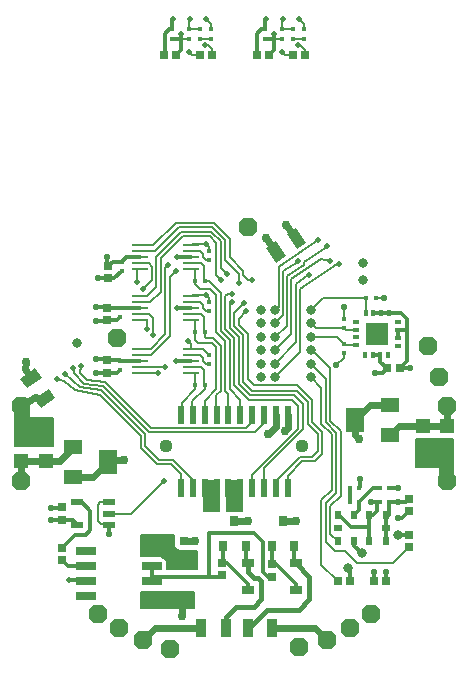
<source format=gtl>
G75*
%MOIN*%
%OFA0B0*%
%FSLAX24Y24*%
%IPPOS*%
%LPD*%
%AMOC8*
5,1,8,0,0,1.08239X$1,22.5*
%
%ADD10R,0.0380X0.0600*%
%ADD11R,0.0630X0.0512*%
%ADD12R,0.0630X0.0787*%
%ADD13R,0.1260X0.0276*%
%ADD14R,0.0453X0.0512*%
%ADD15OC8,0.0630*%
%ADD16R,0.0236X0.0630*%
%ADD17C,0.0437*%
%ADD18R,0.0551X0.0110*%
%ADD19R,0.0170X0.0170*%
%ADD20R,0.0300X0.0270*%
%ADD21R,0.0394X0.0217*%
%ADD22R,0.0700X0.0250*%
%ADD23R,0.0315X0.0354*%
%ADD24R,0.0400X0.0300*%
%ADD25R,0.0270X0.0300*%
%ADD26R,0.0236X0.0276*%
%ADD27R,0.0276X0.0236*%
%ADD28R,0.0768X0.0768*%
%ADD29R,0.0240X0.0120*%
%ADD30R,0.0120X0.0240*%
%ADD31C,0.0317*%
%ADD32R,0.0740X0.0480*%
%ADD33R,0.0300X0.0300*%
%ADD34R,0.0315X0.0315*%
%ADD35C,0.0198*%
%ADD36C,0.0120*%
%ADD37C,0.0060*%
%ADD38C,0.0210*%
%ADD39C,0.0200*%
%ADD40C,0.0300*%
%ADD41C,0.0240*%
%ADD42C,0.0160*%
D10*
X012280Y007240D03*
X013100Y007240D03*
X013830Y007240D03*
X014650Y007240D03*
G36*
X007211Y015201D02*
X007423Y014886D01*
X006927Y014551D01*
X006715Y014866D01*
X007211Y015201D01*
G37*
G36*
X006753Y015881D02*
X006965Y015566D01*
X006469Y015231D01*
X006257Y015546D01*
X006753Y015881D01*
G37*
G36*
X015100Y019619D02*
X014785Y019407D01*
X014450Y019903D01*
X014765Y020115D01*
X015100Y019619D01*
G37*
G36*
X015780Y020077D02*
X015465Y019865D01*
X015130Y020361D01*
X015445Y020573D01*
X015780Y020077D01*
G37*
D11*
X018561Y014669D03*
X018561Y013669D03*
X008019Y013261D03*
X008019Y012261D03*
D12*
X009161Y012761D03*
X017419Y014169D03*
D13*
X020084Y013390D03*
X006696Y013390D03*
D14*
X007100Y013971D03*
X006293Y013971D03*
X006293Y012809D03*
X007100Y012809D03*
X019680Y012809D03*
X020487Y012809D03*
X020487Y013971D03*
X019680Y013971D03*
D15*
X020490Y014640D03*
X020194Y015591D03*
X019840Y016632D03*
X020490Y012140D03*
X017940Y007690D03*
X017240Y007240D03*
X016490Y006840D03*
X015540Y006590D03*
X011240Y006540D03*
X010340Y006840D03*
X009541Y007236D03*
X008857Y007690D03*
X006290Y012140D03*
X006290Y014640D03*
X009490Y016890D03*
X013840Y020590D03*
D16*
X013981Y014346D03*
X014374Y014346D03*
X014768Y014346D03*
X015162Y014346D03*
X013587Y014346D03*
X013193Y014346D03*
X012799Y014346D03*
X012406Y014346D03*
X012012Y014346D03*
X011618Y014346D03*
X011618Y011885D03*
X012012Y011885D03*
X012406Y011885D03*
X012799Y011885D03*
X013193Y011885D03*
X013587Y011885D03*
X013981Y011885D03*
X014374Y011885D03*
X014768Y011885D03*
X015162Y011885D03*
D17*
X015654Y013312D03*
X011126Y013312D03*
D18*
X011933Y015746D03*
X011933Y015943D03*
X011933Y016140D03*
X011933Y016337D03*
X011933Y016534D03*
X011933Y017496D03*
X011933Y017693D03*
X011933Y017890D03*
X011933Y018087D03*
X011933Y018284D03*
X011933Y019196D03*
X011933Y019393D03*
X011933Y019590D03*
X011933Y019787D03*
X011933Y019984D03*
X010247Y019984D03*
X010247Y019787D03*
X010247Y019590D03*
X010247Y019393D03*
X010247Y019196D03*
X010247Y018284D03*
X010247Y018087D03*
X010247Y017890D03*
X010247Y017693D03*
X010247Y017496D03*
X010247Y016534D03*
X010247Y016337D03*
X010247Y016140D03*
X010247Y015943D03*
X010247Y015746D03*
D19*
X009590Y015835D03*
X009590Y016145D03*
X009590Y017585D03*
X009590Y017895D03*
X009640Y019135D03*
X009640Y019445D03*
X012085Y018790D03*
X012395Y018790D03*
X012540Y019485D03*
X012540Y019795D03*
X012540Y018095D03*
X012540Y017785D03*
X012395Y017090D03*
X012085Y017090D03*
X012540Y016345D03*
X012540Y016035D03*
X012395Y015340D03*
X012085Y015340D03*
X017040Y016385D03*
X017040Y016695D03*
X017040Y017235D03*
X017040Y017545D03*
X017785Y018240D03*
X018095Y018240D03*
X018235Y011890D03*
X018545Y011890D03*
X018545Y011440D03*
X018235Y011440D03*
X017545Y011440D03*
X017235Y011440D03*
X017235Y011890D03*
X017545Y011890D03*
X015707Y026877D03*
X015707Y027187D03*
X015341Y027187D03*
X015341Y026877D03*
X014975Y026877D03*
X014975Y027187D03*
X014420Y027181D03*
X014420Y026871D03*
X012607Y026877D03*
X012607Y027187D03*
X012241Y027187D03*
X012241Y026877D03*
X011875Y026877D03*
X011875Y027187D03*
X011320Y027181D03*
X011320Y026871D03*
D20*
X009190Y019300D03*
X009190Y018880D03*
X009140Y017900D03*
X009140Y017480D03*
X009140Y016150D03*
X009140Y015730D03*
X007640Y011250D03*
X007640Y010830D03*
X007640Y009900D03*
X007640Y009480D03*
X012990Y009400D03*
X012990Y008980D03*
X014640Y008930D03*
X014640Y009350D03*
D21*
X009221Y010666D03*
X009221Y011040D03*
X009221Y011414D03*
X008159Y011414D03*
X008159Y010666D03*
D22*
X008430Y009790D03*
X008430Y009290D03*
X008430Y008790D03*
X008430Y008290D03*
X010650Y008290D03*
X010650Y008790D03*
X010650Y009290D03*
X010640Y009790D03*
D23*
X013016Y009963D03*
X013390Y010790D03*
X013764Y009963D03*
X014641Y009963D03*
X015015Y010790D03*
X015389Y009963D03*
D24*
X015440Y009380D03*
X015440Y008500D03*
X013840Y008500D03*
X013840Y009380D03*
D25*
X011700Y010140D03*
X011280Y010140D03*
X018480Y015890D03*
X018900Y015890D03*
D26*
X018447Y010998D03*
X017890Y010998D03*
X017390Y010998D03*
X016833Y010998D03*
X016833Y010132D03*
X017390Y010132D03*
X017890Y010132D03*
X018447Y010132D03*
D27*
X018447Y010565D03*
X016833Y010565D03*
D28*
X018140Y017040D03*
D29*
X017441Y016922D03*
X017441Y017178D03*
X017441Y017434D03*
X017441Y016666D03*
X018839Y016646D03*
X018839Y016902D03*
X018839Y017158D03*
X018839Y017414D03*
D30*
X018534Y017739D03*
X018278Y017739D03*
X018022Y017739D03*
X017766Y017739D03*
X017746Y016341D03*
X018002Y016341D03*
X018258Y016341D03*
X018514Y016341D03*
D31*
X017690Y018840D03*
X017690Y019390D03*
X015940Y017840D03*
X015940Y017390D03*
X015940Y016940D03*
X015940Y016490D03*
X015940Y016040D03*
X015940Y015590D03*
X014740Y015590D03*
X014740Y016040D03*
X014740Y016490D03*
X014740Y016940D03*
X014740Y017390D03*
X014740Y017840D03*
X014290Y017840D03*
X014290Y017390D03*
X014290Y016940D03*
X014290Y016490D03*
X014290Y016040D03*
X014290Y015590D03*
X018840Y010315D03*
X017640Y009715D03*
X017190Y009215D03*
X008140Y016740D03*
D32*
X011640Y009440D03*
X011640Y008140D03*
D33*
X016840Y008790D03*
X017240Y008790D03*
X018040Y008790D03*
X018440Y008790D03*
X019215Y009940D03*
X019215Y010340D03*
X019215Y011140D03*
X019215Y011540D03*
D34*
X015740Y026340D03*
X015340Y026340D03*
X014540Y026340D03*
X014140Y026340D03*
X012640Y026340D03*
X012240Y026340D03*
X011440Y026340D03*
X011040Y026340D03*
D35*
X011865Y026437D03*
X012415Y026657D03*
X012429Y027540D03*
X011896Y027545D03*
X011609Y027030D03*
X011333Y027517D03*
X014433Y027517D03*
X014709Y027030D03*
X014996Y027545D03*
X015529Y027540D03*
X015515Y026657D03*
X014965Y026437D03*
D36*
X014709Y026501D02*
X014709Y027030D01*
X014709Y026871D01*
X014420Y026871D01*
X014420Y027181D02*
X014275Y027181D01*
X014140Y027046D01*
X014140Y026340D01*
X014540Y026340D02*
X014608Y026400D01*
X014709Y026501D01*
X014420Y027181D02*
X014321Y027181D01*
X014420Y027181D02*
X014420Y027517D01*
X014433Y027517D01*
X011609Y027030D02*
X011609Y026501D01*
X011508Y026400D01*
X011440Y026340D01*
X011077Y026377D02*
X011040Y026340D01*
X011077Y026377D02*
X011077Y027037D01*
X011221Y027181D01*
X011320Y027181D01*
X011320Y027517D01*
X011333Y027517D01*
X011609Y027030D02*
X011609Y026871D01*
X011320Y026871D01*
X011490Y019590D02*
X011933Y019590D01*
X011933Y017890D02*
X011490Y017890D01*
X010247Y017890D02*
X010199Y017895D01*
X009590Y017895D01*
X009585Y017900D01*
X009140Y017900D01*
X009130Y017900D01*
X009115Y017915D01*
X008790Y017915D01*
X008790Y017465D02*
X009115Y017465D01*
X009130Y017480D01*
X009140Y017480D01*
X009485Y017480D01*
X009590Y017585D01*
X009385Y018880D02*
X009190Y018880D01*
X009180Y018890D01*
X008840Y018890D01*
X009180Y019290D02*
X009190Y019300D01*
X009335Y019445D01*
X009640Y019445D01*
X009785Y019590D01*
X010247Y019590D01*
X009640Y019135D02*
X009385Y018880D01*
X009190Y019300D02*
X009177Y019302D01*
X009165Y019307D01*
X009155Y019315D01*
X009147Y019325D01*
X009142Y019337D01*
X009140Y019350D01*
X009140Y019590D01*
X009100Y016190D02*
X008765Y016190D01*
X009100Y016190D02*
X009140Y016150D01*
X009585Y016150D01*
X009590Y016145D01*
X010199Y016145D01*
X010247Y016140D01*
X009590Y015835D02*
X009485Y015730D01*
X009140Y015730D01*
X009125Y015715D01*
X008765Y015715D01*
X011440Y016140D02*
X011933Y016140D01*
X008305Y011414D02*
X008159Y011414D01*
X008305Y011414D02*
X008590Y011129D01*
X008590Y010498D01*
X008432Y010340D01*
X008080Y010340D01*
X007640Y009900D01*
X007640Y009480D02*
X007830Y009290D01*
X008430Y009290D01*
X008430Y008815D02*
X007865Y008815D01*
X008430Y008790D02*
X008430Y008815D01*
X009215Y010365D02*
X009215Y010659D01*
X009221Y010666D01*
X008159Y010666D02*
X007994Y010830D01*
X007640Y010830D01*
X007625Y010815D01*
X007290Y010815D01*
X007290Y011240D02*
X007630Y011240D01*
X007640Y011250D01*
X010650Y009290D02*
X010650Y008940D01*
X012540Y008940D01*
X012980Y008940D01*
X012990Y008980D01*
X012990Y009400D02*
X013130Y009400D01*
X013840Y008690D01*
X013840Y008500D01*
X014340Y009090D02*
X014500Y008930D01*
X014640Y008930D01*
X014340Y009090D02*
X014340Y010098D01*
X014048Y010390D01*
X012540Y010390D01*
X012540Y008940D01*
X012990Y009400D02*
X013016Y009400D01*
X013016Y009963D01*
X013764Y009963D02*
X013764Y009380D01*
X013840Y009380D01*
X014640Y009350D02*
X014780Y009350D01*
X015440Y008690D01*
X015440Y008500D01*
X015440Y009380D02*
X015389Y009380D01*
X015389Y009963D01*
X014641Y009963D02*
X014641Y009350D01*
X014640Y009350D01*
X016833Y010998D02*
X016882Y010998D01*
X017290Y010590D01*
X017890Y010590D01*
X017890Y010998D01*
X017998Y010998D01*
X018140Y011140D01*
X018140Y011440D01*
X018235Y011440D01*
X017940Y011440D01*
X017545Y011440D02*
X017545Y011153D01*
X017390Y010998D01*
X017545Y011440D02*
X017995Y011890D01*
X018235Y011890D01*
X018545Y011890D02*
X018840Y011890D01*
X019215Y011540D02*
X019115Y011440D01*
X018840Y011440D01*
X018840Y011440D01*
X018545Y011440D01*
X018545Y010998D01*
X018447Y010998D01*
X018447Y010565D01*
X018447Y010132D01*
X018840Y010315D02*
X018865Y010340D01*
X019215Y010340D01*
X018965Y010890D02*
X018840Y010890D01*
X018965Y010890D02*
X019215Y011140D01*
X018260Y011440D02*
X018235Y011440D01*
X017890Y010590D02*
X017890Y010132D01*
X017640Y009715D02*
X017390Y009965D01*
X017390Y010132D01*
X017190Y009215D02*
X017240Y009165D01*
X017240Y008790D01*
X018040Y008790D02*
X018040Y009090D01*
X018440Y009090D02*
X018440Y008790D01*
X018440Y009090D02*
X018440Y009090D01*
X017235Y011440D02*
X017235Y011890D01*
X017545Y011890D02*
X017590Y011935D01*
X017590Y012190D01*
X018090Y015740D02*
X018340Y015740D01*
X018480Y015890D01*
X018258Y016112D01*
X018258Y016341D01*
X018002Y016341D01*
X018900Y015890D02*
X019240Y015890D01*
X019140Y016130D02*
X018900Y015890D01*
X019140Y016130D02*
X019140Y017158D01*
X019140Y017540D01*
X018940Y017740D01*
X018535Y017740D01*
X018534Y017739D01*
X018535Y017740D01*
X018534Y017739D02*
X018278Y017739D01*
X018022Y017739D01*
X018839Y017158D02*
X019140Y017158D01*
X018839Y017158D02*
X018839Y016902D01*
X010650Y008940D02*
X010650Y008790D01*
D37*
X010290Y008440D02*
X012040Y008440D01*
X012040Y007890D01*
X010290Y007890D01*
X010290Y008390D01*
X010290Y008440D01*
X010290Y008417D02*
X012040Y008417D01*
X012040Y008359D02*
X010290Y008359D01*
X010290Y008300D02*
X012040Y008300D01*
X012040Y008242D02*
X010290Y008242D01*
X010290Y008183D02*
X012040Y008183D01*
X012040Y008125D02*
X010290Y008125D01*
X010290Y008066D02*
X012040Y008066D01*
X012040Y008008D02*
X010290Y008008D01*
X010290Y007949D02*
X012040Y007949D01*
X012040Y007891D02*
X010290Y007891D01*
X011140Y009190D02*
X011140Y009460D01*
X010960Y009640D01*
X010290Y009640D01*
X010290Y010340D01*
X011390Y010340D01*
X011390Y009931D01*
X011531Y009790D01*
X012140Y009790D01*
X012140Y009190D01*
X011140Y009190D01*
X011140Y009236D02*
X012140Y009236D01*
X012140Y009295D02*
X011140Y009295D01*
X011140Y009353D02*
X012140Y009353D01*
X012140Y009412D02*
X011140Y009412D01*
X011129Y009470D02*
X012140Y009470D01*
X012140Y009529D02*
X011071Y009529D01*
X011012Y009587D02*
X012140Y009587D01*
X012140Y009646D02*
X010290Y009646D01*
X010290Y009704D02*
X012140Y009704D01*
X012140Y009763D02*
X010290Y009763D01*
X010290Y009821D02*
X011500Y009821D01*
X011441Y009880D02*
X010290Y009880D01*
X010290Y009938D02*
X011390Y009938D01*
X011390Y009997D02*
X010290Y009997D01*
X010290Y010055D02*
X011390Y010055D01*
X011390Y010114D02*
X010290Y010114D01*
X010290Y010172D02*
X011390Y010172D01*
X011390Y010231D02*
X010290Y010231D01*
X010290Y010289D02*
X011390Y010289D01*
X012390Y011140D02*
X012890Y011140D01*
X012890Y012140D01*
X012390Y012140D01*
X012390Y011140D01*
X012390Y011167D02*
X012890Y011167D01*
X012890Y011225D02*
X012390Y011225D01*
X012390Y011284D02*
X012890Y011284D01*
X012890Y011342D02*
X012390Y011342D01*
X012390Y011401D02*
X012890Y011401D01*
X012890Y011459D02*
X012390Y011459D01*
X012390Y011518D02*
X012890Y011518D01*
X012890Y011576D02*
X012390Y011576D01*
X012390Y011635D02*
X012890Y011635D01*
X012890Y011693D02*
X012390Y011693D01*
X012390Y011752D02*
X012890Y011752D01*
X012890Y011810D02*
X012390Y011810D01*
X012390Y011869D02*
X012890Y011869D01*
X012890Y011927D02*
X012390Y011927D01*
X012390Y011986D02*
X012890Y011986D01*
X012890Y012044D02*
X012390Y012044D01*
X012390Y012103D02*
X012890Y012103D01*
X013140Y012103D02*
X013640Y012103D01*
X013640Y012140D02*
X013640Y011140D01*
X013140Y011140D01*
X013140Y012140D01*
X013640Y012140D01*
X013640Y012044D02*
X013140Y012044D01*
X013140Y011986D02*
X013640Y011986D01*
X013640Y011927D02*
X013140Y011927D01*
X013140Y011869D02*
X013640Y011869D01*
X013640Y011810D02*
X013140Y011810D01*
X013140Y011752D02*
X013640Y011752D01*
X013640Y011693D02*
X013140Y011693D01*
X013140Y011635D02*
X013640Y011635D01*
X013640Y011576D02*
X013140Y011576D01*
X013140Y011518D02*
X013640Y011518D01*
X013640Y011459D02*
X013140Y011459D01*
X013140Y011401D02*
X013640Y011401D01*
X013640Y011342D02*
X013140Y011342D01*
X013140Y011284D02*
X013640Y011284D01*
X013640Y011225D02*
X013140Y011225D01*
X013140Y011167D02*
X013640Y011167D01*
X013981Y011885D02*
X013981Y012331D01*
X015515Y013865D01*
X015515Y014640D01*
X015315Y014840D01*
X013865Y014840D01*
X013390Y015315D01*
X013390Y016890D01*
X013090Y017190D01*
X013090Y018290D01*
X013165Y018365D01*
X013315Y018365D01*
X013315Y018090D02*
X013240Y018015D01*
X013240Y017240D01*
X013540Y016940D01*
X013540Y015365D01*
X013915Y014990D01*
X015389Y014990D01*
X015690Y014689D01*
X015690Y013865D01*
X014374Y012549D01*
X014374Y011885D01*
X014768Y011885D02*
X014768Y012120D01*
X015563Y012915D01*
X015963Y012915D01*
X016165Y013117D01*
X016165Y013690D01*
X015840Y014015D01*
X015840Y014765D01*
X015465Y015140D01*
X013990Y015140D01*
X013690Y015440D01*
X013690Y016990D01*
X013390Y017290D01*
X013390Y017740D01*
X013715Y018065D01*
X013790Y017790D02*
X013540Y017540D01*
X013540Y017340D01*
X013840Y017040D01*
X013840Y015515D01*
X014040Y015315D01*
X015490Y015315D01*
X015990Y014815D01*
X015990Y014090D01*
X016315Y013765D01*
X016315Y013038D01*
X016067Y012790D01*
X015640Y012790D01*
X015162Y012312D01*
X015162Y011885D01*
X016290Y011490D02*
X016640Y011840D01*
X016640Y013690D01*
X016290Y014040D01*
X016290Y015240D01*
X015940Y015590D01*
X015940Y016040D02*
X016440Y015540D01*
X016440Y014090D01*
X016790Y013740D01*
X016790Y011740D01*
X016440Y011390D01*
X016440Y010082D01*
X016732Y009790D01*
X017090Y009790D01*
X017490Y009390D01*
X018665Y009390D01*
X019215Y009940D01*
X020240Y012140D02*
X020240Y012590D01*
X019440Y012590D01*
X019440Y013540D01*
X020690Y013540D01*
X020690Y012140D01*
X020240Y012140D01*
X020240Y012161D02*
X020690Y012161D01*
X020690Y012220D02*
X020240Y012220D01*
X020240Y012278D02*
X020690Y012278D01*
X020690Y012337D02*
X020240Y012337D01*
X020240Y012395D02*
X020690Y012395D01*
X020690Y012454D02*
X020240Y012454D01*
X020240Y012512D02*
X020690Y012512D01*
X020690Y012571D02*
X020240Y012571D01*
X020690Y012629D02*
X019440Y012629D01*
X019440Y012688D02*
X020690Y012688D01*
X020690Y012746D02*
X019440Y012746D01*
X019440Y012805D02*
X020690Y012805D01*
X020690Y012863D02*
X019440Y012863D01*
X019440Y012922D02*
X020690Y012922D01*
X020690Y012980D02*
X019440Y012980D01*
X019440Y013039D02*
X020690Y013039D01*
X020690Y013097D02*
X019440Y013097D01*
X019440Y013156D02*
X020690Y013156D01*
X020690Y013214D02*
X019440Y013214D01*
X019440Y013273D02*
X020690Y013273D01*
X020690Y013331D02*
X019440Y013331D01*
X019440Y013390D02*
X020690Y013390D01*
X020690Y013449D02*
X019440Y013449D01*
X019440Y013507D02*
X020690Y013507D01*
X017441Y016666D02*
X017069Y016666D01*
X017040Y016695D01*
X016795Y016940D01*
X015940Y016940D01*
X016095Y017235D02*
X015940Y017390D01*
X016095Y017235D02*
X017040Y017235D01*
X017097Y017178D01*
X017441Y017178D01*
X017766Y017739D02*
X017766Y018221D01*
X017785Y018240D01*
X016340Y018240D01*
X015940Y017840D01*
X015565Y018540D02*
X016802Y019375D01*
X016874Y019361D01*
X016574Y019478D02*
X016291Y019533D01*
X015287Y018856D01*
X015287Y017037D01*
X014740Y016490D01*
X014740Y016040D02*
X015427Y016752D01*
X015427Y018710D01*
X015854Y018998D01*
X015884Y018992D01*
X015694Y019314D02*
X015715Y019421D01*
X016486Y019941D01*
X016489Y019958D01*
X016182Y020159D02*
X016182Y020159D01*
X014894Y019289D01*
X014890Y019290D01*
X014890Y017940D01*
X014790Y017840D01*
X014740Y017840D01*
X015022Y017672D02*
X015022Y019119D01*
X015503Y019443D01*
X015507Y019462D01*
X015694Y019314D02*
X015158Y018952D01*
X015158Y017308D01*
X014740Y016940D01*
X014740Y017390D02*
X015022Y017672D01*
X015565Y018540D02*
X015565Y016440D01*
X014740Y015590D01*
X014374Y014346D02*
X014374Y014049D01*
X014090Y013765D01*
X010540Y013765D01*
X009015Y015290D01*
X008373Y015374D01*
X008043Y015713D01*
X007998Y015882D01*
X008255Y015731D02*
X008288Y015978D01*
X008255Y015731D02*
X008469Y015499D01*
X009077Y015415D01*
X009965Y014527D01*
X010602Y013890D01*
X013765Y013890D01*
X013981Y014106D01*
X013981Y014346D01*
X013590Y014349D02*
X013587Y014346D01*
X013590Y014349D02*
X013590Y014840D01*
X013240Y015190D01*
X013240Y016840D01*
X012940Y017140D01*
X012940Y018390D01*
X012540Y018790D01*
X012395Y018790D01*
X012390Y018795D01*
X012390Y019280D01*
X012277Y019393D01*
X011933Y019393D01*
X011933Y019196D02*
X012085Y019196D01*
X012085Y018790D01*
X012085Y018695D01*
X012240Y018540D01*
X012590Y018540D01*
X012790Y018340D01*
X012790Y017090D01*
X013090Y016790D01*
X013090Y015140D01*
X013193Y015037D01*
X013193Y014346D01*
X012799Y014346D02*
X012790Y014355D01*
X012790Y014990D01*
X012940Y015140D01*
X012940Y016640D01*
X012690Y016890D01*
X012440Y016890D01*
X012395Y016935D01*
X012395Y017090D01*
X012390Y017095D01*
X012390Y017580D01*
X012277Y017693D01*
X011933Y017693D01*
X011933Y017496D02*
X012085Y017496D01*
X012085Y017090D01*
X012090Y017085D01*
X012090Y016840D01*
X012190Y016740D01*
X012640Y016740D01*
X012790Y016590D01*
X012790Y015190D01*
X012406Y014806D01*
X012406Y014346D01*
X012012Y014346D02*
X011990Y014368D01*
X011990Y014790D01*
X012395Y015195D01*
X012395Y015340D01*
X012390Y015345D01*
X012390Y015840D01*
X012287Y015943D01*
X011933Y015943D01*
X011979Y015940D01*
X011933Y015746D02*
X012085Y015746D01*
X012085Y015340D01*
X012085Y015185D01*
X011640Y014740D01*
X011640Y014367D01*
X011618Y014346D01*
X011933Y015746D02*
X011985Y015737D01*
X012340Y016140D02*
X012340Y016240D01*
X012235Y016345D01*
X011941Y016345D01*
X011933Y016337D01*
X011933Y016534D02*
X012351Y016534D01*
X012540Y016345D01*
X012340Y016140D02*
X012445Y016035D01*
X012540Y016035D01*
X011933Y016534D02*
X011933Y016697D01*
X011840Y016790D01*
X011240Y016962D02*
X011240Y018940D01*
X011440Y019140D01*
X011190Y019340D02*
X011090Y019240D01*
X011090Y017024D01*
X010600Y016534D01*
X010247Y016534D01*
X010247Y016337D02*
X010615Y016337D01*
X011240Y016962D01*
X010690Y016990D02*
X010690Y017549D01*
X010546Y017693D01*
X010247Y017693D01*
X010247Y017496D02*
X010204Y017490D01*
X010490Y017490D01*
X010490Y017190D01*
X010587Y018087D02*
X010247Y018087D01*
X010247Y018284D02*
X010484Y018284D01*
X010790Y018590D01*
X010790Y019608D01*
X011622Y020440D01*
X012620Y020440D01*
X012940Y020120D01*
X012940Y019240D01*
X013140Y019040D01*
X012940Y018840D02*
X012790Y018990D01*
X012790Y020078D01*
X012578Y020290D01*
X011683Y020290D01*
X010940Y019547D01*
X010940Y018440D01*
X010587Y018087D01*
X010340Y018540D02*
X010640Y018840D01*
X010640Y019278D01*
X010528Y019390D01*
X010204Y019390D01*
X010247Y019393D01*
X010247Y019196D02*
X010140Y019196D01*
X010140Y018765D01*
X010040Y019196D02*
X010247Y019196D01*
X010247Y019787D02*
X010740Y019787D01*
X011543Y020590D01*
X012660Y020590D01*
X013090Y020160D01*
X013090Y019490D01*
X013540Y019040D01*
X013540Y018740D01*
X013690Y018990D02*
X013840Y018840D01*
X013965Y018840D01*
X013690Y018990D02*
X013690Y019140D01*
X013240Y019590D01*
X013240Y020199D01*
X012699Y020740D01*
X011446Y020740D01*
X010690Y019984D01*
X010247Y019984D01*
X011933Y019984D02*
X011989Y020040D01*
X012440Y020040D01*
X012540Y019940D01*
X012540Y019795D01*
X012340Y019690D02*
X012340Y019590D01*
X012445Y019485D01*
X012540Y019485D01*
X012340Y019690D02*
X012235Y019795D01*
X011941Y019795D01*
X011933Y019787D01*
X011989Y018340D02*
X012440Y018340D01*
X012540Y018240D01*
X012540Y018095D01*
X012340Y017990D02*
X012340Y017890D01*
X012445Y017785D01*
X012540Y017785D01*
X012340Y017990D02*
X012235Y018095D01*
X011941Y018095D01*
X011933Y018087D01*
X011933Y018284D02*
X011989Y018340D01*
X011090Y015943D02*
X010247Y015943D01*
X010247Y015746D02*
X010840Y015746D01*
X008957Y015148D02*
X010415Y013690D01*
X010415Y013290D01*
X010890Y012815D01*
X011354Y012815D01*
X012012Y012157D01*
X012012Y011885D01*
X011618Y011885D02*
X011618Y012362D01*
X011290Y012690D01*
X010815Y012690D01*
X010265Y013240D01*
X010265Y013640D01*
X008897Y015008D01*
X008072Y015147D01*
X007715Y015472D01*
X007493Y015541D01*
X007739Y015711D02*
X008232Y015273D01*
X008957Y015148D01*
X007340Y014240D02*
X007340Y013290D01*
X006090Y013290D01*
X006090Y014690D01*
X006540Y014690D01*
X006540Y014240D01*
X007340Y014240D01*
X007340Y014209D02*
X006090Y014209D01*
X006090Y014151D02*
X007340Y014151D01*
X007340Y014092D02*
X006090Y014092D01*
X006090Y014034D02*
X007340Y014034D01*
X007340Y013975D02*
X006090Y013975D01*
X006090Y013917D02*
X007340Y013917D01*
X007340Y013858D02*
X006090Y013858D01*
X006090Y013800D02*
X007340Y013800D01*
X007340Y013741D02*
X006090Y013741D01*
X006090Y013683D02*
X007340Y013683D01*
X007340Y013624D02*
X006090Y013624D01*
X006090Y013566D02*
X007340Y013566D01*
X007340Y013507D02*
X006090Y013507D01*
X006090Y013449D02*
X007340Y013449D01*
X007340Y013390D02*
X006090Y013390D01*
X006090Y013331D02*
X007340Y013331D01*
X006540Y014268D02*
X006090Y014268D01*
X006090Y014326D02*
X006540Y014326D01*
X006540Y014385D02*
X006090Y014385D01*
X006090Y014443D02*
X006540Y014443D01*
X006540Y014502D02*
X006090Y014502D01*
X006090Y014560D02*
X006540Y014560D01*
X006540Y014619D02*
X006090Y014619D01*
X006090Y014677D02*
X006540Y014677D01*
X008914Y011414D02*
X008840Y011340D01*
X008840Y010790D01*
X008940Y010690D01*
X009197Y010690D01*
X009221Y010666D01*
X009221Y011040D02*
X009940Y011040D01*
X011040Y012140D01*
X009221Y011414D02*
X008914Y011414D01*
X015940Y016490D02*
X015980Y016490D01*
X016590Y015880D01*
X016590Y014140D01*
X016940Y013790D01*
X016940Y011640D01*
X016590Y011290D01*
X016590Y010375D01*
X016833Y010132D01*
X016290Y009340D02*
X016290Y011490D01*
X016290Y009340D02*
X016840Y008790D01*
X016790Y015990D02*
X017040Y016240D01*
X017040Y016385D01*
X017040Y017545D02*
X017040Y017940D01*
X018095Y018240D02*
X018390Y018240D01*
X018390Y018240D01*
X015740Y026340D02*
X015740Y026490D01*
X015583Y026647D01*
X015515Y026657D01*
X015341Y026877D02*
X015707Y026877D01*
X015707Y027187D02*
X015707Y027362D01*
X015529Y027540D01*
X015341Y027187D02*
X014975Y027187D01*
X014975Y027524D01*
X014996Y027545D01*
X014709Y027030D02*
X014709Y026877D01*
X014975Y026877D01*
X014709Y027027D02*
X014709Y027030D01*
X014965Y026437D02*
X015062Y026340D01*
X015340Y026340D01*
X015734Y026341D02*
X015736Y026340D01*
X015738Y026339D01*
X015740Y026339D01*
X012640Y026340D02*
X012640Y026527D01*
X012520Y026647D01*
X012415Y026657D01*
X012241Y026877D02*
X012607Y026877D01*
X012607Y027187D02*
X012607Y027362D01*
X012429Y027540D01*
X012241Y027187D02*
X011875Y027187D01*
X011875Y027524D01*
X011896Y027545D01*
X011609Y027030D02*
X011609Y026877D01*
X011875Y026877D01*
X011609Y027027D02*
X011609Y027030D01*
X011865Y026437D02*
X011962Y026340D01*
X012240Y026340D01*
D38*
X009140Y019590D03*
X008840Y018890D03*
X008790Y017915D03*
X008790Y017465D03*
X008765Y016190D03*
X008765Y015715D03*
X007290Y011240D03*
X007290Y010815D03*
X009215Y010365D03*
X016790Y015990D03*
X018090Y015740D03*
X019240Y015890D03*
X018390Y018240D03*
X017040Y017940D03*
X017590Y012190D03*
X017940Y011440D03*
X018840Y011440D03*
X018840Y010890D03*
X018840Y011890D03*
X018440Y009090D03*
X018040Y009090D03*
D39*
X007865Y008815D03*
X011040Y012140D03*
X010840Y015746D03*
X011090Y015943D03*
X011440Y016140D03*
X011840Y016790D03*
X011490Y017890D03*
X010690Y016990D03*
X010490Y017190D03*
X010340Y018540D03*
X010140Y018765D03*
X011190Y019340D03*
X011440Y019140D03*
X011490Y019590D03*
X012440Y020040D03*
X013140Y019040D03*
X012940Y018840D03*
X013315Y018365D03*
X013315Y018090D03*
X013715Y018065D03*
X013790Y017790D03*
X013540Y018740D03*
X013965Y018840D03*
X015507Y019462D03*
X015884Y018992D03*
X016574Y019478D03*
X016489Y019958D03*
X016182Y020159D03*
X016874Y019361D03*
X012440Y018340D03*
X008288Y015978D03*
X007998Y015882D03*
X007739Y015711D03*
X007493Y015541D03*
D40*
X006444Y016083D03*
X009715Y012815D03*
X010890Y010240D03*
X012090Y010140D03*
X012640Y011290D03*
X013390Y011290D03*
X013840Y010790D03*
X015440Y010790D03*
X017540Y013540D03*
X015065Y013790D03*
X014515Y013690D03*
X011640Y007640D03*
X014449Y020226D03*
X015112Y020673D03*
D41*
X015455Y020219D01*
X014775Y019761D02*
X014761Y019763D01*
X014449Y020226D01*
X017919Y014669D02*
X017419Y014169D01*
X017419Y013661D01*
X017540Y013540D01*
X018561Y013669D02*
X018863Y013971D01*
X019680Y013971D01*
X020487Y013971D01*
X020487Y014637D01*
X020490Y014640D01*
X018561Y014669D02*
X017919Y014669D01*
X015162Y014346D02*
X015162Y013887D01*
X015065Y013790D01*
X014768Y013943D02*
X014515Y013690D01*
X014768Y013943D02*
X014768Y014346D01*
X015015Y010790D02*
X015440Y010790D01*
X015440Y010790D01*
X013840Y010790D02*
X013840Y010790D01*
X013390Y010790D01*
X012090Y010140D02*
X011700Y010140D01*
X011640Y008140D02*
X011640Y007640D01*
X012280Y007240D02*
X010740Y007240D01*
X010340Y006840D01*
X014650Y007240D02*
X016090Y007240D01*
X016490Y006840D01*
X009715Y012815D02*
X009215Y012815D01*
X009161Y012761D01*
X008661Y012261D01*
X008019Y012261D01*
X007567Y012809D02*
X007100Y012809D01*
X006293Y012809D01*
X006293Y012143D01*
X006290Y012140D01*
X007567Y012809D02*
X008019Y013261D01*
X007069Y014876D02*
X006736Y014941D01*
X006290Y014640D01*
X006611Y015556D02*
X006402Y015866D01*
X006444Y016083D01*
D42*
X013440Y007940D02*
X013100Y007600D01*
X013100Y007240D01*
X013440Y007940D02*
X014040Y007940D01*
X014290Y008190D01*
X014290Y008780D01*
X014180Y008890D01*
X014040Y008890D01*
X013840Y009090D01*
X013840Y009380D01*
X014490Y007840D02*
X013830Y007180D01*
X013830Y007240D01*
X014490Y007840D02*
X015540Y007840D01*
X015890Y008190D01*
X015890Y008930D01*
X015440Y009380D01*
M02*

</source>
